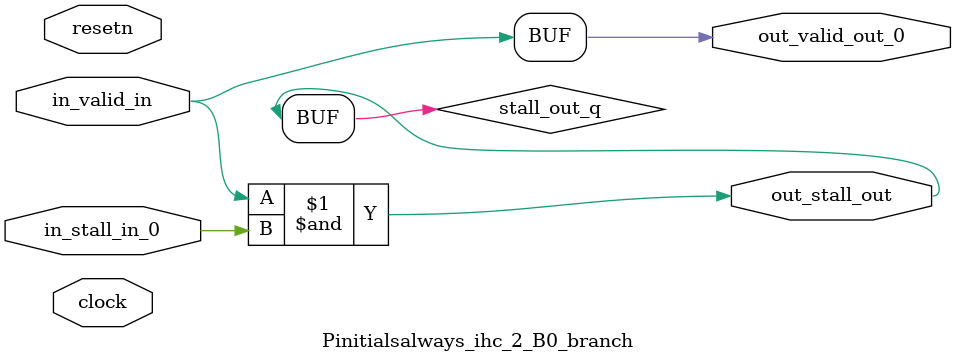
<source format=sv>



(* altera_attribute = "-name AUTO_SHIFT_REGISTER_RECOGNITION OFF; -name MESSAGE_DISABLE 10036; -name MESSAGE_DISABLE 10037; -name MESSAGE_DISABLE 14130; -name MESSAGE_DISABLE 14320; -name MESSAGE_DISABLE 15400; -name MESSAGE_DISABLE 14130; -name MESSAGE_DISABLE 10036; -name MESSAGE_DISABLE 12020; -name MESSAGE_DISABLE 12030; -name MESSAGE_DISABLE 12010; -name MESSAGE_DISABLE 12110; -name MESSAGE_DISABLE 14320; -name MESSAGE_DISABLE 13410; -name MESSAGE_DISABLE 113007; -name MESSAGE_DISABLE 10958" *)
module Pinitialsalways_ihc_2_B0_branch (
    input wire [0:0] in_stall_in_0,
    input wire [0:0] in_valid_in,
    output wire [0:0] out_stall_out,
    output wire [0:0] out_valid_out_0,
    input wire clock,
    input wire resetn
    );

    wire [0:0] stall_out_q;


    // stall_out(LOGICAL,6)
    assign stall_out_q = in_valid_in & in_stall_in_0;

    // out_stall_out(GPOUT,4)
    assign out_stall_out = stall_out_q;

    // out_valid_out_0(GPOUT,5)
    assign out_valid_out_0 = in_valid_in;

endmodule

</source>
